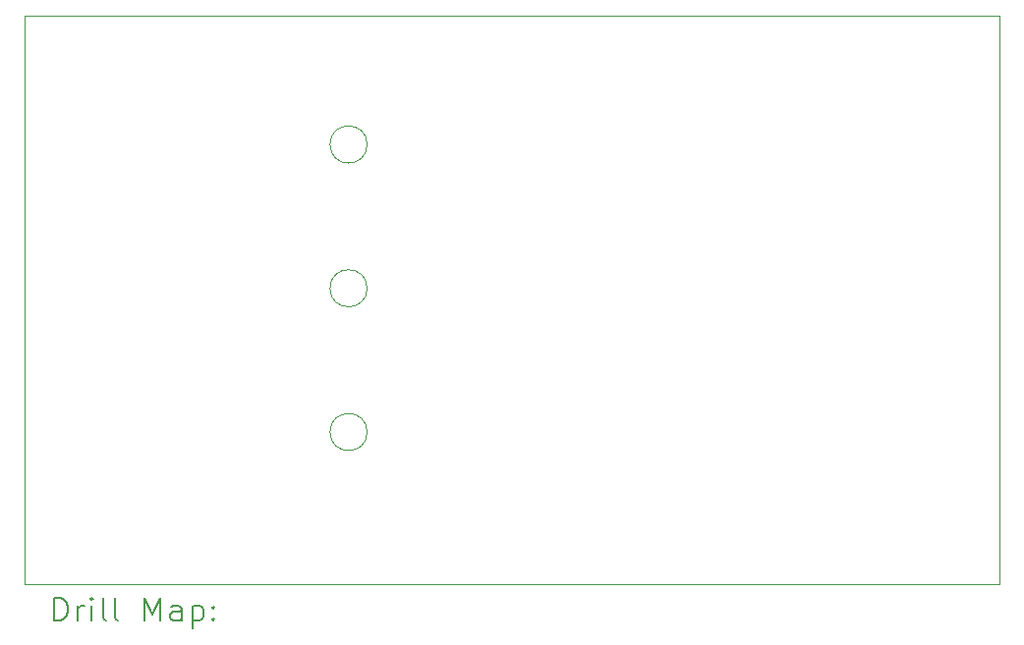
<source format=gbr>
%TF.GenerationSoftware,KiCad,Pcbnew,(6.0.8-1)-1*%
%TF.CreationDate,2022-11-01T09:45:00-04:00*%
%TF.ProjectId,Untitled,556e7469-746c-4656-942e-6b696361645f,rev?*%
%TF.SameCoordinates,Original*%
%TF.FileFunction,Drillmap*%
%TF.FilePolarity,Positive*%
%FSLAX45Y45*%
G04 Gerber Fmt 4.5, Leading zero omitted, Abs format (unit mm)*
G04 Created by KiCad (PCBNEW (6.0.8-1)-1) date 2022-11-01 09:45:00*
%MOMM*%
%LPD*%
G01*
G04 APERTURE LIST*
%ADD10C,0.100000*%
%ADD11C,0.200000*%
G04 APERTURE END LIST*
D10*
X7520000Y-5640000D02*
G75*
G03*
X7520000Y-5640000I-160000J0D01*
G01*
X4572000Y-3291000D02*
X12964000Y-3291000D01*
X12964000Y-3291000D02*
X12964000Y-8192000D01*
X12964000Y-8192000D02*
X4572000Y-8192000D01*
X4572000Y-8192000D02*
X4572000Y-3291000D01*
X7520000Y-6880000D02*
G75*
G03*
X7520000Y-6880000I-160000J0D01*
G01*
X7520000Y-4400000D02*
G75*
G03*
X7520000Y-4400000I-160000J0D01*
G01*
D11*
X4824619Y-8507476D02*
X4824619Y-8307476D01*
X4872238Y-8307476D01*
X4900810Y-8317000D01*
X4919857Y-8336048D01*
X4929381Y-8355095D01*
X4938905Y-8393190D01*
X4938905Y-8421762D01*
X4929381Y-8459857D01*
X4919857Y-8478905D01*
X4900810Y-8497952D01*
X4872238Y-8507476D01*
X4824619Y-8507476D01*
X5024619Y-8507476D02*
X5024619Y-8374143D01*
X5024619Y-8412238D02*
X5034143Y-8393190D01*
X5043667Y-8383667D01*
X5062714Y-8374143D01*
X5081762Y-8374143D01*
X5148429Y-8507476D02*
X5148429Y-8374143D01*
X5148429Y-8307476D02*
X5138905Y-8317000D01*
X5148429Y-8326524D01*
X5157952Y-8317000D01*
X5148429Y-8307476D01*
X5148429Y-8326524D01*
X5272238Y-8507476D02*
X5253190Y-8497952D01*
X5243667Y-8478905D01*
X5243667Y-8307476D01*
X5377000Y-8507476D02*
X5357952Y-8497952D01*
X5348429Y-8478905D01*
X5348429Y-8307476D01*
X5605571Y-8507476D02*
X5605571Y-8307476D01*
X5672238Y-8450333D01*
X5738905Y-8307476D01*
X5738905Y-8507476D01*
X5919857Y-8507476D02*
X5919857Y-8402714D01*
X5910333Y-8383667D01*
X5891286Y-8374143D01*
X5853190Y-8374143D01*
X5834143Y-8383667D01*
X5919857Y-8497952D02*
X5900809Y-8507476D01*
X5853190Y-8507476D01*
X5834143Y-8497952D01*
X5824619Y-8478905D01*
X5824619Y-8459857D01*
X5834143Y-8440810D01*
X5853190Y-8431286D01*
X5900809Y-8431286D01*
X5919857Y-8421762D01*
X6015095Y-8374143D02*
X6015095Y-8574143D01*
X6015095Y-8383667D02*
X6034143Y-8374143D01*
X6072238Y-8374143D01*
X6091286Y-8383667D01*
X6100809Y-8393190D01*
X6110333Y-8412238D01*
X6110333Y-8469381D01*
X6100809Y-8488429D01*
X6091286Y-8497952D01*
X6072238Y-8507476D01*
X6034143Y-8507476D01*
X6015095Y-8497952D01*
X6196048Y-8488429D02*
X6205571Y-8497952D01*
X6196048Y-8507476D01*
X6186524Y-8497952D01*
X6196048Y-8488429D01*
X6196048Y-8507476D01*
X6196048Y-8383667D02*
X6205571Y-8393190D01*
X6196048Y-8402714D01*
X6186524Y-8393190D01*
X6196048Y-8383667D01*
X6196048Y-8402714D01*
M02*

</source>
